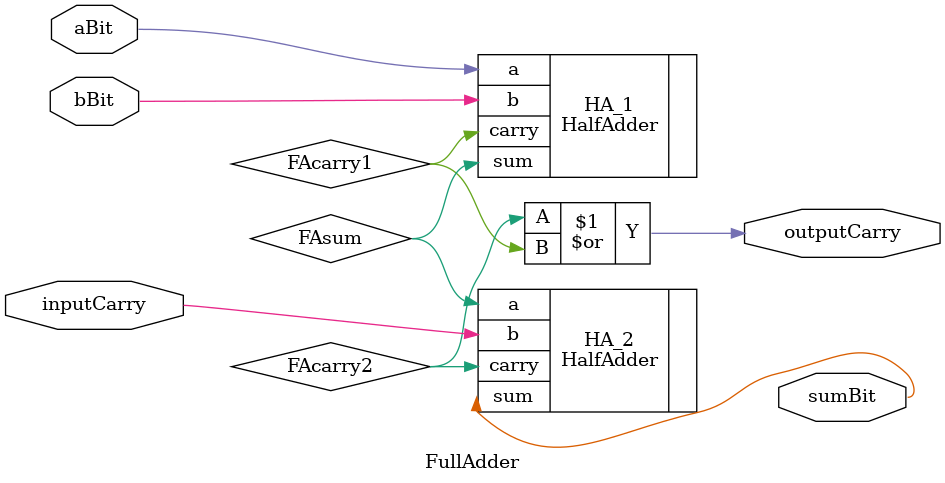
<source format=v>
module FullAdder(
	input aBit,bBit,inputCarry,
	output sumBit,outputCarry
);
// Conexiones
wire FAsum;
wire FAcarry1;
wire FAcarry2;

// Cuerpo del modulo
HalfAdder HA_1(.a(aBit),.b(bBit),.sum(FAsum),.carry(FAcarry1));
HalfAdder HA_2(.a(FAsum),.b(inputCarry),.sum(sumBit),.carry(FAcarry2));
assign outputCarry = FAcarry2 | FAcarry1;

endmodule

</source>
